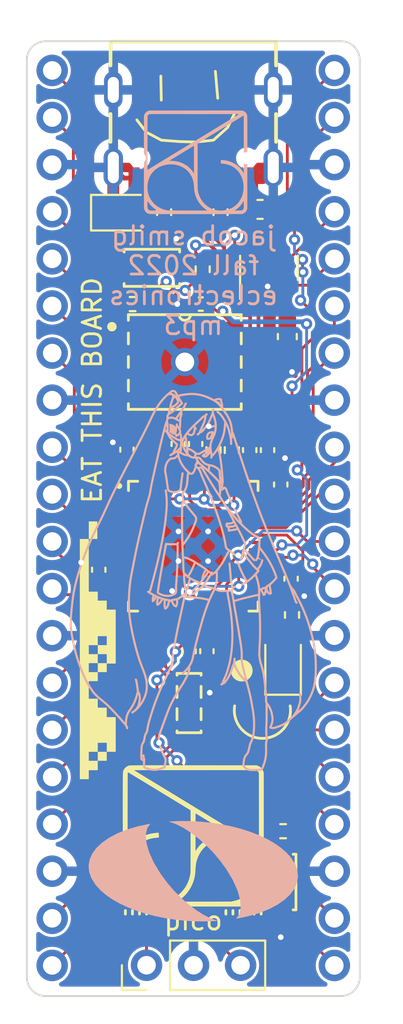
<source format=kicad_pcb>
(kicad_pcb (version 20211014) (generator pcbnew)
  (title_block (title "ENGR3430 Miniproject 3") (date "2022-09-22") (company "Olin College of Engineering"))
  (layers (0 "F.Cu" signal) (31 "B.Cu" signal) (34 "B.Paste" user) (35 "F.Paste" user) (36 "B.SilkS" user "B.Silkscreen") (37 "F.SilkS" user "F.Silkscreen") (38 "B.Mask" user) (39 "F.Mask" user) (44 "Edge.Cuts" user))
  (net 0 "")
  (net 1 "GND")
  (net 2 "+3V3")
  (net 3 "Net-(C10-Pad1)")
  (net 4 "/VBUS")
  (net 5 "Net-(D1-Pad2)")
  (net 6 "Net-(D2-Pad2)")
  (net 7 "Net-(J1-PadA5)")
  (net 8 "/D+")
  (net 9 "/D-")
  (net 11 "Net-(J1-PadB5)")
  (net 13 "/GPIO0")
  (net 14 "/GPIO1")
  (net 15 "/GPIO2")
  (net 16 "/GPIO3")
  (net 17 "/GPIO4")
  (net 18 "/GPIO5")
  (net 19 "/GPIO6")
  (net 20 "/GPIO7")
  (net 21 "/GPIO8")
  (net 22 "/GPIO9")
  (net 23 "/GPIO10")
  (net 24 "/GPIO11")
  (net 25 "/GPIO12")
  (net 26 "/GPIO13")
  (net 27 "/GPIO14")
  (net 28 "/GPIO15")
  (net 29 "/SWCLK")
  (net 30 "/SWDIO")
  (net 31 "/GPIO23")
  (net 32 "/BOOT")
  (net 33 "/GPIO29")
  (net 34 "/GPIO28")
  (net 35 "/GPIO27")
  (net 36 "/GPIO26")
  (net 37 "/RUN")
  (net 38 "/GPIO22")
  (net 39 "/GPIO21")
  (net 40 "/GPIO20")
  (net 41 "/GPIO19")
  (net 42 "/GPIO18")
  (net 43 "/GPIO17")
  (net 44 "/GPIO16")
  (net 45 "Net-(R5-Pad2)")
  (net 46 "Net-(R6-Pad2)")
  (net 47 "/GPIO25")
  (net 48 "Net-(U1-Pad2)")
  (net 49 "Net-(U1-Pad3)")
  (net 50 "Net-(U1-Pad5)")
  (net 51 "Net-(U1-Pad6)")
  (net 52 "Net-(U1-Pad7)")
  (net 53 "Net-(U2-Pad20)")
  (net 54 "Net-(U2-Pad21)")
  (net 55 "/GPIO24")
  (footprint "Capacitor_SMD:C_0402_1005Metric" (layer "F.Cu") (at 119.8372 93.2434 90)
    (fp_text reference "C8" hide)
    (fp_text value "1µF")
  )
  (footprint "Connector_PinHeader_2.54mm:PinHeader_1x03_P2.54mm_Vertical" (layer "F.Cu") (at 113.299 121.021 90)
    (fp_text reference "J3" hide)
    (fp_text value "DEBUG")
  )
  (footprint "Eclectronics:USB4105-GF-A" (layer "F.Cu") (at 115.824 73.821 180)
    (fp_text reference "J1" hide)
    (fp_text value "USB4105-GF-A")
  )
  (footprint "Resistor_SMD:R_0402_1005Metric" (layer "F.Cu") (at 114.2492 80.4164 -90)
    (fp_text reference "R1" hide)
    (fp_text value "5.1K")
  )
  (footprint "Eclectronics:RP2040" (layer "F.Cu") (at 115.824 98.425)
    (fp_text reference "U2" hide)
    (fp_text value "RP2040")
  )
  (footprint "Eclectronics:MIC_WSON-8" (layer "F.Cu") (at 115.3668 88.4936)
    (fp_text reference "U1" hide)
    (fp_text value "W25Q128JV" hide)
  )
  (footprint "Resistor_SMD:R_0402_1005Metric" (layer "F.Cu") (at 117.9068 93.2434 -90)
    (fp_text reference "R5" hide)
    (fp_text value "27Ω")
  )
  (footprint "Resistor_SMD:R_0402_1005Metric" (layer "F.Cu") (at 116.9162 93.2434 -90)
    (fp_text reference "R6" hide)
    (fp_text value "27Ω")
  )
  (footprint "Eclectronics:KXT321LHS" (layer "F.Cu") (at 120.3706 116.5352 90)
    (fp_text reference "S1" hide)
    (fp_text value "RST")
  )
  (footprint "Capacitor_SMD:C_0402_1005Metric" (layer "F.Cu") (at 121.1072 100.1776 -90)
    (fp_text reference "C5" hide)
    (fp_text value "0.1µF")
  )
  (footprint "Capacitor_SMD:C_0402_1005Metric" (layer "F.Cu") (at 112.2426 93.218 90)
    (fp_text reference "C2" hide)
    (fp_text value "0.1µF")
  )
  (footprint "Resistor_SMD:R_0402_1005Metric" (layer "F.Cu") (at 117.2972 80.4164 -90)
    (fp_text reference "R4" hide)
    (fp_text value "5.1K")
  )
  (footprint "Diode_SMD:D_0805_2012Metric" (layer "F.Cu") (at 111.9886 80.4418)
    (fp_text reference "D2" hide)
    (fp_text value "PWR")
  )
  (footprint "Capacitor_SMD:C_0603_1608Metric" (layer "F.Cu") (at 120.904 87.122 -90)
    (fp_text reference "C13" hide)
    (fp_text value "10µF")
  )
  (footprint "Package_TO_SOT_SMD:SOT-23" (layer "F.Cu") (at 119.9134 83.4136 90)
    (fp_text reference "U3" hide)
    (fp_text value "MCP1702T-3302E_CB")
  )
  (footprint "Capacitor_SMD:C_0402_1005Metric" (layer "F.Cu") (at 116.5606 104.0892 -90)
    (fp_text reference "C10" hide)
    (fp_text value "0.1µF")
  )
  (footprint "Capacitor_SMD:C_0402_1005Metric" (layer "F.Cu") (at 120.5484 95.0976 90)
    (fp_text reference "C6" hide)
    (fp_text value "0.1µF")
  )
  (footprint "Resistor_SMD:R_0402_1005Metric" (layer "F.Cu") (at 112.5474 85.3694 180)
    (fp_text reference "R8" hide)
    (fp_text value "1K")
  )
  (footprint "Resistor_SMD:R_0402_1005Metric" (layer "F.Cu") (at 116.332 83.4898 -90)
    (fp_text reference "R3" hide)
    (fp_text value "5.1K")
  )
  (footprint "LOGO" (layer "F.Cu") (at 115.824013 114.046)
    (fp_text reference "G***" hide)
    (fp_text value "LOGO" hide)
  )
  (footprint "Resistor_SMD:R_0402_1005Metric" (layer "F.Cu") (at 120.6754 113.792 180)
    (fp_text reference "R2" hide)
    (fp_text value "5.1K")
  )
  (footprint "Capacitor_SMD:C_0402_1005Metric" (layer "F.Cu") (at 115.951 92.9132 90)
    (fp_text reference "C7" hide)
    (fp_text value "0.1µF")
  )
  (footprint "Capacitor_SMD:C_0402_1005Metric" (layer "F.Cu") (at 116.2304 85.3694)
    (fp_text reference "C1" hide)
    (fp_text value "0.1µF")
  )
  (footprint "Diode_SMD:D_0805_2012Metric" (layer "F.Cu") (at 120.6754 104.7496 90)
    (fp_text reference "D1" hide)
    (fp_text value "LED")
  )
  (footprint "LOGO" (layer "F.Cu") (at 110.6424 104.0384 90)
    (fp_text reference "G***" hide)
    (fp_text value "LOGO" hide)
  )
  (footprint "Connector_PinHeader_2.54mm:PinHeader_1x20_P2.54mm_Vertical" (layer "F.Cu") (at 108.204 72.771)
    (fp_text reference "J2" hide)
    (fp_text value "LEFT")
  )
  (footprint "Capacitor_SMD:C_0603_1608Metric" (layer "F.Cu") (at 119.4308 80.264)
    (fp_text reference "C12" hide)
    (fp_text value "10µF")
  )
  (footprint "Resistor_SMD:R_0402_1005Metric" (layer "F.Cu") (at 121.158 102.1334 -90)
    (fp_text reference "R7" hide)
    (fp_text value "1K")
  )
  (footprint "Capacitor_SMD:C_0402_1005Metric" (layer "F.Cu") (at 115.5954 104.0892 -90)
    (fp_text reference "C4" hide)
    (fp_text value "0.1µF")
  )
  (footprint "Capacitor_SMD:C_0402_1005Metric" (layer "F.Cu") (at 115.0112 92.9132 90)
    (fp_text reference "C11" hide)
    (fp_text value "0.1µF")
  )
  (footprint "Eclectronics:KXT321LHS" (layer "F.Cu") (at 113.5888 83.4136)
    (fp_text reference "S2" hide)
    (fp_text value "BOOT")
  )
  (footprint "Connector_PinHeader_2.54mm:PinHeader_1x20_P2.54mm_Vertical" (layer "F.Cu") (at 123.444 72.771)
    (fp_text reference "J4" hide)
    (fp_text value "RIGHT")
  )
  (footprint "Capacitor_SMD:C_0402_1005Metric" (layer "F.Cu") (at 118.872 93.2434 90)
    (fp_text reference "C9" hide)
    (fp_text value "1µF")
  )
  (footprint "Capacitor_SMD:C_0402_1005Metric" (layer "F.Cu") (at 110.7186 99.695 -90)
    (fp_text reference "C3" hide)
    (fp_text value "0.1µF")
  )
  (footprint "Eclectronics:CSTNE" (layer "F.Cu") (at 115.5954 106.8832 -90)
    (fp_text reference "Y1" hide)
    (fp_text value "12MHz")
  )
  (footprint "LOGO" (layer "B.Cu") (at 115.831406 100.2538 180)
    (fp_text reference "G***" hide)
    (fp_text value "LOGO" hide)
  )
  (footprint "Eclectronics:OlinLogoLg" (layer "B.Cu") (at 115.824025 115.951 180)
    (fp_text reference "OlinLogoLg" hide)
    (fp_text value "G***" hide)
  )
  (footprint "LOGO" (layer "B.Cu") (at 115.951 77.724 180)
    (fp_text reference "G***" hide)
    (fp_text value "LOGO" hide)
  )
  (gr_line (start 112.776 75.438) (end 113.284 76.0984) (layer "F.SilkS") (width 0.15))
  (gr_line (start 115.9764 76.6318) (end 116.9162 76.5302) (layer "F.SilkS") (width 0.15))
  (gr_arc (start 121.0564 107.0356) (mid 119.543209 108.787148) (end 118.0592 107.0356) (layer "F.SilkS") (width 0.15))
  (gr_line (start 117.6782 75.8444) (end 118.0846 75.0316) (layer "F.SilkS") (width 0.15))
  (gr_line (start 116.9162 76.5302) (end 117.6782 75.8444) (layer "F.SilkS") (width 0.15))
  (gr_line (start 117.0178 72.8218) (end 117.1448 74.2696) (layer "F.SilkS") (width 0.15))
  (gr_line (start 114.0968 76.5302) (end 115.0874 76.6064) (layer "F.SilkS") (width 0.15))
  (gr_line (start 113.284 76.0984) (end 114.0968 76.5302) (layer "F.SilkS") (width 0.15))
  (gr_line (start 114.0714 73.0758) (end 114.0968 74.3712) (layer "F.SilkS") (width 0.15))
  (gr_circle (center 118.4402 105.1306) (end 118.9482 105.0544) (layer "F.SilkS") (width 0.15) (fill solid))
  (gr_line (start 115.0874 76.6064) (end 115.9764 76.6318) (layer "F.SilkS") (width 0.15))
  (gr_arc (start 107.8484 122.682) (mid 107.12998 122.38442) (end 106.8324 121.666) (layer "Edge.Cuts") (width 0.1))
  (gr_arc (start 106.8324 72.2122) (mid 107.12998 71.49378) (end 107.8484 71.1962) (layer "Edge.Cuts") (width 0.1))
  (gr_line (start 107.8484 71.1962) (end 123.7996 71.1962) (layer "Edge.Cuts") (width 0.1))
  (gr_line (start 106.8324 121.666) (end 106.8324 72.2122) (layer "Edge.Cuts") (width 0.1))
  (gr_arc (start 124.8156 121.666) (mid 124.51802 122.38442) (end 123.7996 122.682) (layer "Edge.Cuts") (width 0.1))
  (gr_arc (start 123.7996 71.1962) (mid 124.51802 71.49378) (end 124.8156 72.2122) (layer "Edge.Cuts") (width 0.1))
  (gr_line (start 123.7996 122.682) (end 107.8484 122.682) (layer "Edge.Cuts") (width 0.1))
  (gr_line (start 124.8156 72.2122) (end 124.8156 121.666) (layer "Edge.Cuts") (width 0.1))
  (gr_text "jacob smilg\nfall 2022\neclectronics\nmp3" (at 115.824 84.0994) (layer "B.SilkS") (effects (font (size 1 1)) (justify mirror)))
  (gr_text "EAT THIS BOARD" (at 110.363 90.0176 90) (layer "F.SilkS") (effects (font (size 1 1))))
  (gr_text "{dblquote}{dblquote}{dblquote}pico{dblquote}{dblquote}{dblquote}" (at 115.824 118.618) (layer "F.SilkS") (effects (font (size 1 1))))
  (segment (start 112.624 78.576) (end 112.079 78.576) (width 0.254) (layer "F.Cu") (net 1))
  (segment (start 111.4801 92.823391) (end 111.565491 92.738) (width 0.1524) (layer "F.Cu") (net 1))
  (segment (start 111.504 78.001) (end 111.504 79.9889) (width 0.635) (layer "F.Cu") (net 1))
  (segment (start 119.024 78.576) (end 119.569 78.576) (width 0.635) (layer "F.Cu") (net 1))
  (segment (start 110.7186 100.175) (end 110.640956 100.175) (width 0.1524) (layer "F.Cu") (net 1))
  (segment (start 116.774 106.2639) (end 116.7135 106.3244) (width 0.1524) (layer "F.Cu") (net 1))
  (segment (start 114.2492 81.1784) (end 114.9096 81.8388) (width 0.1524) (layer "F.Cu") (net 1))
  (segment (start 114.824 100.981) (end 114.681 100.838) (width 0.1524) (layer "F.Cu") (net 1))
  (segment (start 114.824 101.8625) (end 114.824 100.981) (width 0.1524) (layer "F.Cu") (net 1))
  (segment (start 121.1072 100.6576) (end 121.3591 100.6576) (width 0.1524) (layer "F.Cu") (net 1))
  (segment (start 116.774 104.7826) (end 116.774 106.2639) (width 0.1524) (layer "F.Cu") (net 1))
  (segment (start 114.9096 88.0364) (end 115.3668 88.4936) (width 0.1524) (layer "F.Cu") (net 1))
  (segment (start 119.031379 84.419079) (end 119.842282 84.419079) (width 0.1524) (layer "F.Cu") (net 1))
  (segment (start 113.4618 90.3986) (end 115.3668 88.4936) (width 0.1524) (layer "F.Cu") (net 1))
  (segment (start 120.5484 93.9038) (end 120.777 93.6752) (width 0.1524) (layer "F.Cu") (net 1))
  (segment (start 118.9634 84.3511) (end 119.031379 84.419079) (width 0.1524) (layer "F.Cu") (net 1))
  (segment (start 111.504 79.9889) (end 111.0511 80.4418) (width 0.635) (layer "F.Cu") (net 1))
  (segment (start 110.640956 100.175) (end 109.766678 99.300722) (width 0.1524) (layer "F.Cu") (net 1))
  (segment (start 115.7504 85.3694) (end 115.603058 85.3694) (width 0.1524) (layer "F.Cu") (net 1))
  (segment (start 116.774 106.3849) (end 116.774 106.3904) (width 0.1524) (layer "F.Cu") (net 1))
  (segment (start 120.904 88.773) (end 121.158 89.027) (width 0.1524) (layer "F.Cu") (net 1))
  (segment (start 111.565491 92.738) (end 112.2426 92.738) (width 0.1524) (layer "F.Cu") (net 1))
  (segment (start 120.5484 94.6176) (end 120.5484 93.9038) (width 0.1524) (layer "F.Cu") (net 1))
  (segment (start 121.3591 100.6576) (end 121.8189 101.1174) (width 0.1524) (layer "F.Cu") (net 1))
  (segment (start 119.024 79.8958) (end 118.6558 80.264) (width 0.1524) (layer "F.Cu") (net 1))
  (segment (start 116.7135 106.3244) (end 116.774 106.3849) (width 0.1524) (layer "F.Cu") (net 1))
  (segment (start 115.5954 104.5692) (end 116.5606 104.5692) (width 0.1524) (layer "F.Cu") (net 1))
  (segment (start 114.9604 85.3694) (end 115.7504 85.3694) (width 0.1524) (layer "F.Cu") (net 1))
  (segment (start 116.1892 92.4332) (end 116.6622 91.9602) (width 0.1524) (layer "F.Cu") (net 1))
  (segment (start 119.569 78.576) (end 120.144 78.001) (width 0.635) (layer "F.Cu") (net 1))
  (segment (start 114.9096 86.062858) (end 114.9096 88.0364) (width 0.1524) (layer "F.Cu") (net 1))
  (segment (start 112.6744 90.3986) (end 113.4618 90.3986) (width 0.1524) (layer "F.Cu") (net 1))
  (segment (start 117.2972 80.9264) (end 117.9934 80.9264) (width 0.1524) (layer "F.Cu") (net 1))
  (segment (start 119.024 78.576) (end 119.024 79.8958) (width 0.1524) (layer "F.Cu") (net 1))
  (segment (start 115.603058 85.3694) (end 114.9096 86.062858) (width 0.1524) (layer "F.Cu") (net 1))
  (segment (start 116.5606 104.5692) (end 116.774 104.7826) (width 0.1524) (layer "F.Cu") (net 1))
  (segment (start 112.079 78.576) (end 111.504 78.001) (width 0.254) (layer "F.Cu") (net 1))
  (segment (start 114.2492 80.9264) (end 114.2492 81.1784) (width 0.1524) (layer "F.Cu") (net 1))
  (segment (start 116.774 106.3904) (end 116.2812 106.8832) (width 0.1524) (layer "F.Cu") (net 1))
  (segment (start 116.2812 106.8832) (end 115.5954 106.8832) (width 0.1524) (layer "F.Cu") (net 1))
  (segment (start 115.951 92.4332) (end 116.1892 92.4332) (width 0.1524) (layer "F.Cu") (net 1))
  (segment (start 117.9934 80.9264) (end 118.6558 80.264) (width 0.1524) (layer "F.Cu") (net 1))
  (segment (start 120.904 87.897) (end 120.904 88.773) (width 0.1524) (layer "F.Cu") (net 1))
  (via (at 116.6622 91.9602) (size 0.6096) (drill 0.3048) (layers "F.Cu" "B.Cu") (net 1))
  (via (at 114.9604 85.3694) (size 0.6096) (drill 0.3048) (layers "F.Cu" "B.Cu") (net 1))
  (via (at 111.4801 92.823391) (size 0.6096) (drill 0.3048) (layers "F.Cu" "B.Cu") (net 1))
  (via (at 119.842282 84.419079) (size 0.6096) (drill 0.3048) (layers "F.Cu" "B.Cu") (net 1))
  (via (at 114.681 100.838) (size 0.6096) (drill 0.3048) (layers "F.Cu" "B.Cu") (net 1))
  (via (at 121.158 89.027) (size 0.6096) (drill 0.3048) (layers "F.Cu" "B.Cu") (net 1))
  (via (at 109.766678 99.300722) (size 0.6096) (drill 0.3048) (layers "F.Cu" "B.Cu") (net 1))
  (via (at 114.9096 81.8388) (size 0.6096) (drill 0.3048) (layers "F.Cu" "B.Cu") (net 1))
  (via (at 120.777 93.6752) (size 0.6096) (drill 0.3048) (layers "F.Cu" "B.Cu") (net 1))
  (via (at 120.5484 119.507) (size 0.6096) (drill 0.3048) (layers "F.Cu" "B.Cu") (net 1))
  (via (at 121.8189 101.1174) (size 0.6096) (drill 0.3048) (layers "F.Cu" "B.Cu") (net 1))
  (via (at 116.7135 106.3244) (size 0.6096) (drill 0.3048) (layers "F.Cu" "B.Cu") (net 1))
  (segment (start 118.424 94.9875) (end 119.2615 95.825) (width 0.1524) (layer "F.Cu") (net 2))
  (segment (start 119.2615 99.425) (end 118.837071 99.425) (width 0.1524) (layer "F.Cu") (net 2))
  (segment (start 115.6208 100.8888) (end 114.9858 100.2538) (width 0.1524) (layer "F.Cu") (net 2))
  (segment (start 121.8562 86.347) (end 121.9454 86.4362) (width 0.1524) (layer "F.Cu") (net 2))
  (segment (start 120.1654 113.792) (end 118.745 113.792) (width 0.1524) (layer "F.Cu") (net 2))
  (segment (start 113.212677 95.874523) (end 113.0526 96.0346) (width 0.1524) (layer "F.Cu") (net 2))
  (segment (start 116.4082 95.885) (end 116.424 95.8692) (width 0.1524) (layer "F.Cu") (net 2))
  (segment (start 112.3865 95.825) (end 112.3865 93.8419) (width 0.1524) (layer "F.Cu") (net 2))
  (segment (start 115.951 93.3932) (end 115.951 94.9145) (width 0.1524) (layer "F.Cu") (net 2))
  (segment (start 119.7128 93.7234) (end 118.4487 94.9875) (width 0.1524) (layer "F.Cu") (net 2))
  (segment (start 115.5954 103.6092) (end 115.359518 103.6092) (width 0.1524) (layer "F.Cu") (net 2))
  (segment (start 116.7104 85.3694) (end 116.7104 84.3782) (width 0.1524) (layer "F.Cu") (net 2))
  (segment (start 113.639729 100.2538) (end 112.810929 99.425) (width 0.1524) (layer "F.Cu") (net 2))
  (segment (start 117.098047 85.757047) (end 116.7104 85.3694) (width 0.1524) (layer "F.Cu") (net 2))
  (segment (start 119.8372 93.7234) (end 119.7128 93.7234) (width 0.1524) (layer "F.Cu") (net 2))
  (segment (start 116.424 95.8692) (end 116.424 94.9875) (width 0.1524) (layer "F.Cu") (net 2))
  (segment (start 110.9286 99.425) (end 110.7186 99.215) (width 0.1524) (layer "F.Cu") (net 2))
  (segment (start 116.024 101.8625) (end 116.024 102.365948) (width 0.1524) (layer "F.Cu") (net 2))
  (segment (start 112.3865 99.425) (end 110.9286 99.425) (width 0.1524) (layer "F.Cu") (net 2))
  (segment (start 115.5954 103.6092) (end 115.9288 103.2758) (width 0.1524) (layer "F.Cu") (net 2))
  (segment (start 114.280948 84.145852) (end 113.0574 85.3694) (width 0.1524) (layer "F.Cu") (net 2))
  (segment (start 122.0239 84.3511) (end 120.8634 84.3511) (width 0.1524) (layer "F.Cu") (net 2))
  (segment (start 116.332 83.9998) (end 116.016836 83.9998) (width 0.1524) (layer "F.Cu") (net 2))
  (segment (start 115.359518 103.6092) (end 114.8583 104.110418) (width 0.1524) (layer "F.Cu") (net 2))
  (segment (start 123.444 82.931) (end 122.0239 84.3511) (width 0.1524) (layer "F.Cu") (net 2))
  (segment (start 120.301 95.825) (end 120.5484 95.5776) (width 0.1524) (layer "F.Cu") (net 2))
  (segment (start 121.1585 89.788502) (end 121.1585 92.4021) (width 0.1524) (layer "F.Cu") (net 2))
  (segment (start 116.024 101.8625) (end 116.024 101.292) (width 0.1524) (layer "F.Cu") (net 2))
  (segment (start 115.0911 95.874523) (end 113.212677 95.874523) (width 0.1524) (layer "F.Cu") (net 2))
  (segment (start 118.0089 96.2152) (end 118.024 96.2001) (width 0.1524) (layer "F.Cu") (net 2))
  (segment (start 118.4487 94.9875) (end 118.424 94.9875) (width 0.1524) (layer "F.Cu") (net 2))
  (segment (start 116.016836 83.9998) (end 115.381568 84.635068) (width 0.1524) (layer "F.Cu") (net 2))
  (segment (start 112.3865 93.8419) (end 112.2426 93.698) (width 0.1524) (layer "F.Cu") (net 2))
  (segment (start 116.024 101.292) (end 115.6208 100.8888) (width 0.1524) (layer "F.Cu") (net 2))
  (segment (start 112.810929 99.425) (end 112.3865 99.425) (width 0.1524) (layer "F.Cu") (net 2))
  (segment (start 120.904 86.347) (end 121.8562 86.347) (width 0.1524) (layer "F.Cu") (net 2))
  (segment (start 113.860056 108.907056) (end 113.975352 109.022352) (width 0.1524) (layer "F.Cu") (net 2))
  (segment (start 114.363512 84.145852) (end 114.280948 84.145852) (width 0.1524) (layer "F.Cu") (net 2))
  (segment (start 120.8634 86.3064) (end 120.904 86.347) (width 0.1524) (layer "F.Cu") (net 2))
  (segment (start 117.417553 85.946953) (end 118.0592 86.5886) (width 0.1524) (layer "F.Cu") (net 2))
  (segment (start 116.7104 84.3782) (end 116.332 83.9998) (width 0.1524) (layer "F.Cu") (net 2))
  (segment (start 118.024 94.9875) (end 118.424 94.9875) (width 0.1524) (layer "F.Cu") (net 2))
  (segment (start 113.0526 96.0346) (end 112.843 95.825) (width 0.1524) (layer "F.Cu") (net 2))
  (segment (start 117.417553 85.757047) (end 117.417553 85.946953) (width 0.1524) (layer "F.Cu") (net 2))
  (segment (start 120.8634 84.3511) (end 120.8634 86.3064) (width 0.1524) (layer "F.Cu") (net 2))
  (segment (start 118.024 96.2001) (end 118.024 94.9875) (width 0.1524) (layer "F.Cu") (net 2))
  (segment (start 114.9858 100.2538) (end 113.639729 100.2538) (width 0.1524) (layer "F.Cu") (net 2))
  (segment (start 112.843 95.825) (end 112.3865 95.825) (width 0.1524) (layer "F.Cu") (net 2))
  (segment (start 115.9288 103.2758) (end 115.9288 102.461148) (width 0.1524) (layer "F.Cu") (net 2))
  (segment (start 116.024 102.365948) (end 115.9288 102.461148) (width 0.1524) (layer "F.Cu") (net 2))
  (segment (start 117.417553 85.757047) (end 117.098047 85.757047) (width 0.1524) (layer "F.Cu") (net 2))
  (segment (start 121.1585 92.4021) (end 119.8372 93.7234) (width 0.1524) (layer "F.Cu") (net 2))
  (segment (start 113.860056 105.646744) (end 113.860056 108.907056) (width 0.1524) (layer "F.Cu") (net 2))
  (segment (start 119.2615 95.825) (end 120.301 95.825) (width 0.1524) (layer "F.Cu") (net 2))
  (segment (start 112.810929 99.425) (end 113.0526 99.183329) (width 0.1524) (layer "F.Cu") (net 2))
  (segment (start 118.837071 99.425) (end 118.278293 99.983778) (width 0.1524) (layer "F.Cu") (net 2))
  (segment (start 115.951 94.9145) (end 116.024 94.9875) (width 0.1524) (layer "F.Cu") (net 2))
  (segment (start 118.278293 99.983778) (end 118.278293 100.584957) (width 0.1524) (layer "F.Cu") (net 2))
  (segment (start 120.8346 99.425) (end 119.2615 99.425) (width 0.1524) (layer "F.Cu") (net 2))
  (segment (start 113.0526 99.183329) (end 113.0526 96.0346) (width 0.1524) (layer "F.Cu") (net 2))
  (segment (start 116.424 94.9875) (end 116.024 94.9875) (width 0.1524) (layer "F.Cu") (net 2))
  (segment (start 121.1072 99.6976) (end 120.8346 99.425) (width 0.1524) (layer "F.Cu") (net 2))
  (segment (start 118.745 113.792) (end 114.944514 109.991514) (width 0.1524) (layer "F.Cu") (net 2))
  (via (at 117.417553 85.757047) (size 0.6096) (drill 0.3048) (layers "F.Cu" "B.Cu") (net 2))
  (via (at 121.1585 89.788502) (size 0.6096) (drill 0.3048) (layers "F.Cu" "B.Cu") (net 2))
  (via (at 114.8583 104.110418) (size 0.6096) (drill 0.3048) (layers "F.Cu" "B.Cu") (net 2))
  (via (at 118.0089 96.2152) (size 0.6096) (drill 0.3048) (layers "F.Cu" "B.Cu") (net 2))
  (via (at 113.975352 109.022352) (size 0.6096) (drill 0.3048) (layers "F.Cu" "B.Cu") (net 2))
  (via (at 114.363512 84.145852) (size 0.6096) (drill 0.3048) (layers "F.Cu" "B.Cu") (net 2))
  (via (at 113.860056 105.646744) (size 0.6096) (drill 0.3048) (layers "F.Cu" "B.Cu") (net 2))
  (via (at 121.9454 86.4362) (size 0.6096) (drill 0.3048) (layers "F.Cu" "B.Cu") (net 2))
  (via (at 118.278293 100.584957) (size 0.6096) (drill 0.3048) (layers "F.Cu" "B.Cu") (net 2))
  (via (at 115.6208 100.8888) (size 0.6096) (drill 0.3048) (layers "F.Cu" "B.Cu") (net 2))
  (via (at 115.0911 95.874523) (size 0.6096) (drill 0.3048) (layers "F.Cu" "B.Cu") (net 2))
  (via (at 114.944514 109.991514) (size 0.6096) (drill 0.3048) (layers "F.Cu" "B.Cu") (net 2))
  (via (at 116.4082 95.885) (size 0.6096) (drill 0.3048) (layers "F.Cu" "B.Cu") (net 2))
  (via (at 115.381568 84.635068) (size 0.6096) (drill 0.3048) (layers "F.Cu" "B.Cu") (net 2))
  (segment (start 121.8324 86.3232) (end 121.9454 86.4362) (width 0.254) (layer "B.Cu") (net 2))
  (segment (start 116.4082 95.885) (end 116.397723 95.874523) (width 0.1524) (layer "B.Cu") (net 2))
  (segment (start 117.417553 85.757047) (end 117.983706 86.3232) (width 0.254) (layer "B.Cu") (net 2))
  (segment (start 114.8583 104.110418) (end 114.8583 104.6485) (width 0.1524) (layer "B.Cu") (net 2))
  (segment (start 121.9454 89.001602) (end 121.9454 86.4362) (width 0.1524) (layer "B.Cu") (net 2))
  (segment (start 114.363512 84.145852) (end 114.852728 84.635068) (width 0.1524) (layer "B.Cu") (net 2))
  (segment (start 115.924643 100.584957) (end 115.6208 100.8888) (width 0.1524) (layer "B.Cu") (net 2))
  (segment (start 121.1585 89.788502) (end 121.9454 89.001602) (width 0.1524) (layer "B.Cu") (net 2))
  (segment (start 116.7384 96.2152) (end 116.4082 95.885) (width 0.1524) (layer "B.Cu") (net 2))
  (segment (start 114.852728 84.635068) (end 115.381568 84.635068) (width 0.1524) (layer "B.Cu") (net 2))
  (segment (start 118.0089 96.2152) (end 116.7384 96.2152) (width 0.1524) (layer "B.Cu") (net 2))
  (segment (start 117.983706 86.3232) (end 121.8324 86.3232) (width 0.254) (layer "B.Cu") (net 2))
  (segment (start 116.397723 95.874523) (end 115.0911 95.874523) (width 0.1524) (layer "B.Cu") (net 2))
  (segment (start 114.8583 104.6485) (end 113.860056 105.646744) (width 0.1524) (layer "B.Cu") (net 2))
  (segment (start 118.278293 100.584957) (end 115.924643 100.584957) (width 0.1524) (layer "B.Cu") (net 2))
  (segment (start 114.944514 109.991514) (end 113.975352 109.022352) (width 0.1524) (layer "B.Cu") (net 2))
  (segment (start 115.0112 93.3932) (end 115.624 94.006) (width 0.1524) (layer "F.Cu") (net 3))
  (segment (start 117.6526 100.025963) (end 117.6526 96.824037) (width 0.1524) (layer "F.Cu") (net 3))
  (segment (start 117.839252 94.252) (end 118.3434 94.252) (width 0.1524) (layer "F.Cu") (net 3))
  (segment (start 117.624 94.9875) (end 117.624 94.467252) (width 0.1524) (layer "F.Cu") (net 3))
  (segment (start 115.624 95.939) (end 116.1542 96.4692) (width 0.1524) (layer "F.Cu") (net 3))
  (segment (start 117.652037 96.824037) (end 117.1829 96.3549) (width 0.1524) (layer "F.Cu") (net 3))
  (segment (start 117.0813 96.3549) (end 117.624 95.8122) (width 0.1524) (layer "F.Cu") (net 3))
  (segment (start 116.424 101.8625) (end 116.424 103.4726) (width 0.1524) (layer "F.Cu") (net 3))
  (segment (start 117.1829 96.3549) (end 117.0813 96.3549) (width 0.1524) (layer "F.Cu") (net 3))
  (segment (start 115.624 94.9875) (end 115.624 95.939) (width 0.1524) (layer "F.Cu") (net 3))
  (segment (start 116.424 103.4726) (end 116.5606 103.6092) (width 0.1524) (layer "F.Cu") (net 3))
  (segment (start 116.1542 96.4692) (end 116.967 96.4692) (width 0.1524) (layer "F.Cu") (net 3))
  (segment (start 117.624 94.467252) (end 117.839252 94.252) (width 0.1524) (layer "F.Cu") (net 3))
  (segment (start 116.424 101.8625) (end 116.424 101.254563) (width 0.1524) (layer "F.Cu") (net 3))
  (segment (start 117.624 95.8122) (end 117.624 94.9875) (width 0.1524) (layer "F.Cu") (net 3))
  (segment (start 118.3434 94.252) (end 118.872 93.7234) (width 0.1524) (layer "F.Cu") (net 3))
  (segment (start 116.967 96.4692) (end 117.0813 96.3549) (width 0.1524) (layer "F.Cu") (net 3))
  (segment (start 116.424 101.254563) (end 117.6526 100.025963) (width 0.1524) (layer "F.Cu") (net 3))
  (segment (start 115.624 94.006) (end 115.624 94.9875) (width 0.1524) (layer "F.Cu") (net 3))
  (segment (start 117.6526 96.824037) (end 117.652037 96.824037) (width 0.1524) (layer "F.Cu") (net 3))
  (segment (start 123.444 72.771) (end 120.904 75.311) (width 0.1524) (layer "F.Cu") (net 4))
  (segment (start 119.904673 76.310327) (end 118.805073 76.310327) (width 0.1524) (layer "F.Cu") (net 4))
  (segment (start 117.6478 77.4676) (end 118.224 78.0438) (width 0.1524) (layer "F.Cu") (net 4))
  (segment (start 118.224 78.0438) (end 118.224 78.576) (width 0.1524) (layer "F.Cu") (net 4))
  (segment (start 118.805073 76.310327) (end 117.6478 77.4676) (width 0.1524) (layer "F.Cu") (net 4))
  (segment (start 120.2058 82.1837) (end 119.9134 82.4761) (width 0.1524) (layer "F.Cu") (net 4))
  (segment (start 113.424 78.576) (end 113.424 78.0438) (width 0.1524) (layer "F.Cu") (net 4))
  (segment (start 114.0002 77.4676) (end 117.6478 77.4676) (width 0.1524) (layer "F.Cu") (net 4))
  (segment (start 120.904 75.311) (end 119.904673 76.310327) (width 0.1524) (layer "F.Cu") (net 4))
  (segment (start 120.2058 80.264) (end 120.2058 82.1837) (width 0.1524) (layer "F.Cu") (net 4))
  (segment (start 113.424 78.0438) (end 114.0002 77.4676) (width 0.1524) (layer "F.Cu") (net 4))
  (segment (start 120.904 79.5658) (end 120.904 75.311) (width 0.1524) (layer "F.Cu") (net 4))
  (segment (start 120.2058 80.264) (end 120.904 79.5658) (width 0.1524) (layer "F.Cu") (net 4))
  (segment (start 121.158 102.6434) (end 121.158 103.3295) (width 0.1524) (layer "F.Cu") (net 5))
  (segment (start 121.158 103.3295) (end 120.6754 103.8121) (width 0.1524) (layer "F.Cu") (net 5))
  (segment (start 112.9261 80.5945) (end 112.9261 80.4418) (width 0.1524) (layer "F.Cu") (net 6))
  (segment (start 111.4532 82.0674) (end 112.9261 80.5945) (width 0.1524) (layer "F.Cu") (net 6))
  (segment (start 112.0374 85.3694) (end 111.4532 84.7852) (width 0.1524) (layer "F.Cu") (net 6))
  (segment (start 111.4532 84.7852) (end 111.4532 82.0674) (width 0.1524) (layer "F.Cu") (net 6))
  (segment (start 117.074 79.6832) (end 117.2972 79.9064) (width 0.1524) (layer "F.Cu") (net 7))
  (segment (start 117.074 78.576) (end 117.074 79.6832) (width 0.1524) (layer "F.Cu") (net 7))
  (segment (start 118.8958 88.230489) (end 119.5054 88.840089) (width 0.2) (layer "F.Cu") (net 8))
  (segment (start 115.1404 81.2816) (end 115.496 81.6372) (width 0.2) (layer "F.Cu") (net 8))
  (segment (start 116.074 77.8938) (end 115.9526 77.7724) (width 0.1524) (layer "F.Cu") (net 8))
  (segment (start 118.8958 85.9679) (end 118.8958 88.230489) (width 0.2) (layer "F.Cu") (net 8))
  (segment (start 118.4157 85.9679) (end 118.8958 85.9679) (width 0.2) (layer "F.Cu") (net 8))
  (segment (start 116.1818 81.6372) (end 117.039 82.4944) (width 0.2) (layer "F.Cu") (net 8))
  (segment (start 117.039 82.4944) (end 117.039 84.5912) (width 0.2) (layer "F.Cu") (net 8))
  (segment (start 115.074 78.576) (end 115.074 79.438501) (width 0.2) (layer "F.Cu") (net 8))
  (segment (start 115.1954 77.7724) (end 115.074 77.8938) (width 0.1524) (layer "F.Cu") (net 8))
  (segment (start 119.5054 88.840089) (end 119.5054 91.105463) (width 0.2) (layer "F.Cu") (net 8))
  (segment (start 115.9526 77.7724) (end 115.1954 77.7724) (width 0.1524) (layer "F.Cu") (net 8))
  (segment (start 115.496 81.6372) (end 116.1818 81.6372) (width 0.2) (layer "F.Cu") (net 8))
  (segment (start 119.5054 91.105463) (end 118.855463 91.7554) (width 0.2) (layer "F.Cu") (net 8))
  (segment (start 117.8942 91.7554) (end 116.9162 92.7334) (width 0.2) (layer "F.Cu") (net 8))
  (segment (start 115.074 79.438501) (end 115.099 79.463501) (width 0.2) (layer "F.Cu") (net 8))
  (segment (start 115.099 81.2816) (end 115.1404 81.2816) (width 0.2) (layer "F.Cu") (net 8))
  (segment (start 115.074 77.8938) (end 115.074 78.576) (width 0.1524) (layer "F.Cu") (net 8))
  (segment (start 118.855463 91.7554) (end 117.8942 91.7554) (width 0.2) (layer "F.Cu") (net 8))
  (segment (start 115.099 79.463501) (end 115.099 81.2816) (width 0.2) (layer "F.Cu") (net 8))
  (segment (start 117.039 84.5912) (end 118.4157 85.9679) (width 0.2) (layer "F.Cu") (net 8))
  (segment (start 116.074 78.576) (end 116.074 77.8938) (width 0.1524) (layer "F.Cu") (net 8))
  (segment (start 115.574 79.3282) (end 115.574 78.576) (width 0.2) (layer "F.Cu") (net 9))
  (segment (start 115.549 79.463501) (end 115.549 81.05383) (width 0.2) (layer "F.Cu") (net 9))
  (segment (start 119.345781 85.781512) (end 119.345781 88.0441) (width 0.2) (layer "F.Cu") (net 9))
  (segment (start 119.345781 88.0441) (end 119.955381 88.653701) (width 0.2) (layer "F.Cu") (net 9))
  (segment (start 119.082188 85.517919) (end 119.345781 85.781512) (width 0.2) (layer "F.Cu") (net 9))
  (segment (start 119.955381 88.653701) (end 119.955381 91.291852) (width 0.2) (layer "F.Cu") (net 9))
  (segment (start 115.682389 81.187219) (end 116.368189 81.187219) (width 0.2) (layer "F.Cu") (net 9))
  (segment (start 116.5216 79.4034) (end 115.6492 79.4034) (width 0.2) (layer "F.Cu") (net 9))
  (segment (start 115.574 79.438501) (end 115.549 79.463501) (width 0.2) (layer "F.Cu") (net 9))
  (segment (start 116.574 79.351) (end 116.5216 79.4034) (width 0.2) (layer "F.Cu") (net 9))
  (segment (start 117.488981 82.308011) (end 117.488981 84.404781) (width 0.2) (layer "F.Cu") (net 9))
  (segment (start 115.549 81.05383) (end 115.682389 81.187219) (width 0.2) (layer "F.Cu") (net 9))
  (segment (start 117.9068 92.379197) (end 117.9068 92.7334) (width 0.2) (layer "F.Cu") (net 9))
  (segment (start 115.574 78.576) (end 115.574 79.438501) (width 0.2) (layer "F.Cu") (net 9))
  (segment (start 115.6492 79.4034) (end 115.574 79.3282) (width 0.2) (layer "F.Cu") (net 9))
  (segment (start 118.602119 85.517919) (end 119.082188 85.517919) (width 0.2) (layer "F.Cu") (net 9))
  (segment (start 116.574 78.576) (end 116.574 79.351) (width 0.2) (layer "F.Cu") (net 9))
  (segment (start 118.080597 92.2054) (end 117.9068 92.379197) (width 0.2) (layer "F.Cu") (net 9))
  (segment (start 119.041832 92.2054) (end 118.080597 92.2054) (width 0.2) (layer "F.Cu") (net 9))
  (segment (start 116.368189 81.187219) (end 117.488981 82.308011) (width 0.2) (layer "F.Cu") (net 9))
  (segment (start 119.955381 91.291852) (end 119.041832 92.2054) (width 0.2) (layer "F.Cu") (net 9))
  (segment (start 117.488981 84.404781) (end 118.602119 85.517919) (width 0.2) (layer "F.Cu") (net 9))
  (segment (start 114.074 79.7312) (end 114.2492 79.9064) (width 0.1524) (layer "F.Cu") (net 11))
  (segment (start 114.074 78.576) (end 114.074 79.7312) (width 0.1524) (layer "F.Cu") (net 11))
  (segment (start 111.946104 96.225) (end 111.4298 95.708696) (width 0.1524) (layer "F.Cu") (net 13))
  (segment (start 111.4298 95.708696) (end 111.4298 93.730488) (width 0.1524) (layer "F.Cu") (net 13))
  (segment (start 109.6518 74.2188) (end 108.204 72.771) (width 0.1524) (layer "F.Cu") (net 13))
  (segment (start 111.4298 93.730488) (end 110.9472 93.247888) (width 0.1524) (layer "F.Cu") (net 13))
  (segment (start 110.9472 93.247888) (end 110.9472 82.272096) (width 0.1524) (layer "F.Cu") (net 13))
  (segment (start 112.3865 96.225) (end 111.946104 96.225) (width 0.1524) (layer "F.Cu") (net 13))
  (segment (start 109.6518 80.976696) (end 109.6518 74.2188) (width 0.1524) (layer "F.Cu") (net 13))
  (segment (start 110.9472 82.272096) (end 109.6518 80.976696) (width 0.1524) (layer "F.Cu") (net 13))
  (segment (start 109.347 76.454) (end 109.347 81.102948) (width 0.1524) (layer "F.Cu") (net 14))
  (segment (start 111.125 95.834948) (end 111.915052 96.625) (width 0.1524) (layer "F.Cu") (net 14))
  (segment (start 110.6424 93.37414) (end 111.125 93.85674) (width 0.1524) (layer "F.Cu") (net 14))
  (segment (start 110.6424 82.398348) (end 110.6424 93.37414) (width 0.1524) (layer "F.Cu") (net 14))
  (segment (start 109.347 81.102948) (end 110.6424 82.398348) (width 0.1524) (layer "F.Cu") (net 14))
  (segment (start 111.915052 96.625) (end 112.3865 96.625) (width 0.1524) (layer "F.Cu") (net 14))
  (segment (start 111.125 93.85674) (end 111.125 95.834948) (width 0.1524) (layer "F.Cu") (net 14))
  (segment (start 108.204 75.311) (end 109.347 76.454) (width 0.1524) (layer "F.Cu") (net 14))
  (segment (start 110.8202 95.9612) (end 111.884 97.025) (width 0.1524) (layer "F.Cu") (net 15))
  (segment (start 108.204 80.391) (end 110.3376 82.5246) (width 0.1524) (layer "F.Cu") (net 15))
  (segment (start 110.3376 82.5246) (end 110.3376 93.500392) (width 0.1524) (layer "F.Cu") (net 15))
  (segment (start 110.8202 93.982992) (end 110.8202 95.9612) (width 0.1524) (layer "F.Cu") (net 15))
  (segment (start 110.3376 93.500392) (end 110.8202 93.982992) (width 0.1524) (layer "F.Cu") (net 15))
  (segment (start 111.884 97.025) (end 112.3865 97.025) (width 0.1524) (layer "F.Cu") (net 15))
  (segment (start 110.0328 84.7598) (end 110.0328 93.626644) (width 0.1524) (layer "F.Cu") (net 16))
  (segment (start 111.799156 97.425) (end 112.3865 97.425) (width 0.1524) (layer "F.Cu") (net 16))
  (segment (start 108.204 82.931) (end 110.0328 84.7598) (width 0.1524) (layer "F.Cu") (net 16))
  (segment (start 110.0328 93.626644) (end 110.5154 94.109244) (width 0.1524) (layer "F.Cu") (net 16))
  (segment (start 110.5154 96.141244) (end 111.799156 97.425) (width 0.1524) (layer "F.Cu") (net 16))
  (segment (start 110.5154 94.109244) (end 110.5154 96.141244) (width 0.1524) (layer "F.Cu") (net 16))
  (segment (start 109.7026 86.9696) (end 109.7026 93.727496) (width 0.1524) (layer "F.Cu") (net 17))
  (segment (start 108.204 85.471) (end 109.7026 86.9696) (width 0.1524) (layer "F.Cu") (net 17))
  (segment (start 110.2106 96.267496) (end 111.768104 97.825) (width 0.1524) (layer "F.Cu") (net 17))
  (segment (start 109.7026 93.727496) (end 110.2106 94.235496) (width 0.1524) (layer "F.Cu") (net 17))
  (segment (start 110.2106 94.235496) (end 110.2106 96.267496) (width 0.1524) (layer "F.Cu") (net 17))
  (segment (start 111.768104 97.825) (end 112.3865 97.825) (width 0.1524) (layer "F.Cu") (net 17))
  (segment (start 111.737052 98.225) (end 112.3865 98.225) (width 0.1524) (layer "F.Cu") (net 18))
  (segment (start 109.9058 96.393748) (end 111.737052 98.225) (width 0.1524) (layer "F.Cu") (net 18))
  (segment (start 109.9058 94.361748) (end 109.9058 96.393748) (width 0.1524) (layer "F.Cu") (net 18))
  (segment (start 109.3978 93.853748) (end 109.9058 94.361748) (width 0.1524) (layer "F.Cu") (net 18))
  (segment (start 109.3978 89.2048) (end 109.3978 93.853748) (width 0.1524) (layer "F.Cu") (net 18))
  (segment (start 108.204 88.011) (end 109.3978 89.2048) (width 0.1524) (layer "F.Cu") (net 18))
  (segment (start 111.706 98.625) (end 112.3865 98.625) (width 0.1524) (layer "F.Cu") (net 19))
  (segment (start 108.204 93.091) (end 109.601 94.488) (width 0.1524) (layer "F.Cu") (net 19))
  (segment (start 109.601 94.488) (end 109.601 96.52) (width 0.1524) (layer "F.Cu") (net 19))
  (segment (start 109.601 96.52) (end 111.706 98.625) (width 0.1524) (layer "F.Cu") (net 19))
  (segment (start 108.204 95.631) (end 111.598 99.025) (width 0.1524) (layer "F.Cu") (net 20))
  (segment (start 111.598 99.025) (end 112.3865 99.025) (width 0.1524) (layer "F.Cu") (net 20))
  (segment (start 111.2572 99.9744) (end 111.4066 99.825) (width 0.1524) (layer "F.Cu") (net 21))
  (segment (start 108.204 98.171) (end 108.204 98.491679) (width 0.1524) (layer "F.Cu") (net 21))
  (segment (start 110.988479 100.7364) (end 111.2572 100.467679) (width 0.1524) (layer "F.Cu") (net 21))
  (segment (start 111.2572 100.467679) (end 111.2572 99.9744) (width 0.1524) (layer "F.Cu") (net 21))
  (segment (start 111.4066 99.825) (end 112.3865 99.825) (width 0.1524) (layer "F.Cu") (net 21))
  (segment (start 108.204 98.491679) (end 110.448721 100.7364) (width 0.1524) (layer "F.Cu") (net 21))
  (segment (start 110.448721 100.7364) (end 110.988479 100.7364) (width 0.1524) (layer "F.Cu") (net 21))
  (segment (start 108.5342 101.0412) (end 108.204 100.711) (width 0.1524) (layer "F.Cu") (net 22))
  (segment (start 112.3865 100.225) (end 111.930931 100.225) (width 0.1524) (layer "F.Cu") (net 22))
  (segment (start 111.930931 100.225) (end 111.114731 101.0412) (width 0.1524) (layer "F.Cu") (net 22))
  (segment (start 111.114731 101.0412) (end 108.5342 101.0412) (width 0.1524) (layer "F.Cu") (net 22))
  (segment (start 109.9566 104.0384) (end 109.9566 102.630383) (width 0.1524) (layer "F.Cu") (net 23))
  (segment (start 108.204 105.791) (end 109.9566 104.0384) (width 0.1524) (layer "F.Cu") (net 23))
  (segment (start 111.961983 100.625) (end 112.3865 100.625) (width 0.1524) (layer "F.Cu") (net 23))
  (segment (start 109.9566 102.630383) (end 111.961983 100.625) (width 0.1524) (layer "F.Cu") (net 23))
  (segment (start 112.3865 101.025) (end 112.3865 104.1485) (width 0.1524) (layer "F.Cu") (net 24))
  (segment (start 112.3865 104.1485) (end 108.204 108.331) (width 0.1524) (layer "F.Cu") (net 24))
  (segment (start 110.49 108.585) (end 108.204 110.871) (width 0.1524) (layer "F.Cu") (net 25))
  (segment (start 113.224 102.7014) (end 112.6913 103.2341) (width 0.1524) (layer "F.Cu") (net 25))
  (segment (start 113.224 101.8625) (end 113.224 102.7014) (width 0.1524) (layer "F.Cu") (net 25))
  (segment (start 112.6913 104.2755) (end 110.49 106.4768) (width 0.1524) (layer "F.Cu") (net 25))
  (segment (start 112.6913 103.2341) (end 112.6913 104.2755) (width 0.1524) (layer "F.Cu") (net 25))
  (segment (start 110.49 106.4768) (end 110.49 108.585) (width 0.1524) (layer "F.Cu") (net 25))
  (segment (start 113.624 102.784) (end 113.0046 103.4034) (width 0.1524) (layer "F.Cu") (net 26))
  (segment (start 110.8202 110.7948) (end 108.204 113.411) (width 0.1524) (layer "F.Cu") (net 26))
  (segment (start 113.0046 103.4034) (end 113.0046 104.394) (width 0.1524) (layer "F.Cu") (net 26))
  (segment (start 113.0046 104.394) (end 110.8202 106.5784) (width 0.1524) (layer "F.Cu") (net 26))
  (segment (start 113.624 101.8625) (end 113.624 102.784) (width 0.1524) (layer "F.Cu") (net 26))
  (segment (start 110.8202 106.5784) (end 110.8202 110.7948) (width 0.1524) (layer "F.Cu") (net 26))
  (segment (start 111.125 106.704652) (end 111.125 115.57) (width 0.1524) (layer "F.Cu") (net 27))
  (segment (start 114.024 101.8625) (end 114.024 102.815052) (width 0.1524) (layer "F.Cu") (net 27))
  (segment (start 114.024 102.815052) (end 113.3348 103.504252) (width 0.1524) (layer "F.Cu") (net 27))
  (segment (start 111.125 115.57) (end 108.204 118.491) (width 0.1524) (layer "F.Cu") (net 27))
  (segment (start 113.3348 104.494852) (end 111.125 106.704652) (width 0.1524) (layer "F.Cu") (net 27))
  (segment (start 113.3348 103.504252) (end 113.3348 104.494852) (width 0.1524) (layer "F.Cu") (net 27))
  (segment (start 112.4712 105.8418) (end 113.7158 104.5972) (width 0.1524) (layer "F.Cu") (net 28))
  (segment (start 112.4712 116.7638) (end 112.4712 105.8418) (width 0.1524) (layer "F.Cu") (net 28))
  (segment (start 108.204 121.031) (end 112.4712 116.7638) (width 0.1524) (layer "F.Cu") (net 28))
  (segment (start 114.424 102.846104) (end 114.424 101.8625) (width 0.1524) (layer "F.Cu") (net 28))
  (segment (start 113.7158 103.554304) (end 114.424 102.846104) (width 0.1524) (layer "F.Cu") (net 28))
  (segment (start 113.7158 104.5972) (end 113.7158 103.554304) (width 0.1524) (layer "F.Cu") (net 28))
  (segment (start 116.325296 108.8492) (end 114.90214 108.8492) (width 0.1524) (layer "F.Cu") (net 29))
  (segment (start 117.2464 102.904921) (end 117.2464 107.928096) (width 0.1524) (layer "F.Cu") (net 29))
  (segment (start 113.299 110.45234) (end 113.299 121.021) (width 0.1524) (layer "F.Cu") (net 29))
  (segment (start 117.2464 107.928096) (end 116.325296 108.8492) (width 0.1524) (layer "F.Cu") (net 29))
  (segment (start 116.824 102.482521) (end 117.2464 102.904921) (width 0.1524) (layer "F.Cu") (net 29))
  (segment (start 114.90214 108.8492) (end 113.299 110.45234) (width 0.1524) (layer "F.Cu") (net 29))
  (segment (start 116.824 101.8625) (end 116.824 102.482521) (width 0.1524) (layer "F.Cu") (net 29))
  (segment (start 116.451548 109.154) (end 115.028392 109.154) (width 0.1524) (layer "F.Cu") (net 30))
  (segment (start 117.5512 108.054348) (end 116.451548 109.154) (width 0.1524) (layer "F.Cu") (net 30))
  (segment (start 113.6038 116.2458) (end 118.379 121.021) (width 0.1524) (layer "F.Cu") (net 30))
  (segment (start 117.224 101.8625) (end 117.224 102.408904) (width 0.1524) (layer "F.Cu") (net 30))
  (segment (start 115.028392 109.154) (end 113.6038 110.578592) (width 0.1524) (layer "F.Cu") (net 30))
  (segment (start 113.6038 110.578592) (end 113.6038 116.2458) (width 0.1524) (layer "F.Cu") (net 30))
  (segment (start 117.5512 102.736104) (end 117.5512 108.054348) (width 0.1524) (layer "F.Cu") (net 30))
  (segment (start 117.224 102.408904) (end 117.5512 102.736104) (width 0.1524) (layer "F.Cu") (net 30))
  (segment (start 121.7422 83.6422) (end 121.72791 83.62791) (width 0.1524) (layer "F.Cu") (net 31))
  (segment (start 121.6914 94.3102) (end 121.6914 87.783148) (width 0.1524) (layer "F.Cu") (net 31))
  (segment (start 122.5296 86.944948) (end 122.5296 86.0729) (width 0.1524) (layer "F.Cu") (net 31))
  (segment (start 123.444 75.311) (end 121.291792 77.463208) (width 0.1524) (layer "F.Cu") (net 31))
  (segment (start 121.291792 77.463208) (end 121.291792 81.896393) (width 0.1524) (layer "F.Cu") (net 31))
  (segment (start 120.344869 98.625) (end 120.611969 98.3579) (width 0.1524) (layer "F.Cu") (net 31))
  (segment (start 121.689163 94.312437) (end 121.6914 94.3102) (width 0.1524) (layer "F.Cu") (net 31))
  (segment (start 119.2615 98.625) (end 120.344869 98.625) (width 0.1524) (layer "F.Cu") (net 31))
  (segment (start 121.445023 94.312437) (end 121.689163 94.312437) (width 0.1524) (layer "F.Cu") (net 31))
  (segment (start 122.5296 86.0729) (end 121.6201 85.1634) (width 0.1524) (layer "F.Cu") (net 31))
  (segment (start 121.72791 83.62791) (end 121.72791 82.967546) (width 0.1524) (layer "F.Cu") (net 31))
  (segment (start 121.6914 87.783148) (end 122.5296 86.944948) (width 0.1524) (layer "F.Cu") (net 31))
  (via (at 121.291792 81.896393) (size 0.6096) (drill 0.3048) (layers "F.Cu" "B.Cu") (net 31))
  (via (at 120.611969 98.3579) (size 0.6096) (drill 0.3048) (layers "F.Cu" "B.Cu") (net 31))
  (via (at 121.445023 94.312437) (size 0.6096) (drill 0.3048) (layers "F.Cu" "B.Cu") (net 31))
  (via (at 121.72791 82.967546) (size 0.6096) (drill 0.3048) (layers "F.Cu" "B.Cu") (net 31))
  (via (at 121.6201 85.1634) (size 0.6096) (drill 0.3048) (layers "F.Cu" "B.Cu") (net 31))
  (via (at 121.7422 83.6422) (size 0.6096) (drill 0.3048) (layers "F.Cu" "B.Cu") (net 31))
  (segment (start 121.95104 97.819137) (end 121.95104 97.064796) (width 0.1524) (layer "B.Cu") (net 31))
  (segment (start 121.7422 83.6422) (end 121.7422 85.0413) (width 0.1524) (layer "B.Cu") (net 31))
  (segment (start 121.412277 98.3579) (end 121.95104 97.819137) (width 0.1524) (layer "B.Cu") (net 31))
  (segment (start 121.291792 81.896393) (end 121.291792 82.531428) (width 0.1524) (layer "B.Cu") (net 31))
  (segment (start 121.95104 94.818454) (end 121.445023 94.312437) (width 0.1524) (layer "B.Cu") (net 31))
  (segment (start 121.7422 85.0413) (end 121.6201 85.1634) (width 0.1524) (layer "B.Cu") (net 31))
  (segment (start 121.291792 82.531428) (end 121.72791 82.967546) (width 0.1524) (layer "B.Cu") (net 31))
  (segment (start 120.611969 98.3579) (end 121.412277 98.3579) (width 0.1524) (layer "B.Cu") (net 31))
  (segment (start 121.95104 97.064796) (end 121.95104 94.818454) (width 0.1524) (layer "B.Cu") (net 31))
  (segment (start 112.6744 86.5886) (end 111.8362 87.4268) (width 0.1524) (layer "F.Cu") (net 32))
  (segment (start 116.332 82.9798) (end 115.8982 83.4136) (width 0.1524) (layer "F.Cu") (net 32))
  (segment (start 115.8982 83.4136) (end 115.2138 83.4136) (width 0.1524) (layer "F.Cu") (net 32))
  (segment (start 120.220221 83.7216) (end 123.444 80.497821) (width 0.1524) (layer "F.Cu") (net 32))
  (segment (start 111.252 88.849948) (end 111.252 91.108304) (width 0.1524) (layer "F.Cu") (net 32))
  (segment (start 111.252 91.108304) (end 112.218696 92.075) (width 0.1524) (layer "F.Cu") (net 32))
  (segment (start 115.2138 84.0492) (end 115.2138 83.4136) (width 0.1524) (layer "F.Cu") (net 32))
  (segment (start 111.8362 87.4268) (end 111.8362 88.265748) (width 0.1524) (layer "F.Cu") (net 32))
  (segment (start 115.951 82.1944) (end 115.951 82.5988) (width 0.1524) (layer "F.Cu") (net 32))
  (segment (start 118.0592 82.174221) (end 119.606579 83.7216) (width 0.1524) (layer "F.Cu") (net 32))
  (segment (start 112.410879 92.075) (end 112.7812 92.445321) (width 0.1524) (layer "F.Cu") (net 32))
  (segment (start 112.7812 92.445321) (end 112.7812 94.5447) (width 0.1524) (layer "F.Cu") (net 32))
  (segment (start 123.444 80.497821) (end 123.444 80.391) (width 0.1524) (layer "F.Cu") (net 32))
  (segment (start 112.218696 92.075) (end 112.410879 92.075) (width 0.1524) (layer "F.Cu") (net 32))
  (segment (start 119.606579 83.7216) (end 120.220221 83.7216) (width 0.1524) (layer "F.Cu") (net 32))
  (segment (start 115.951 82.5988) (end 116.332 82.9798) (width 0.1524) (layer "F.Cu") (net 32))
  (segment (start 118.0592 81.661) (end 118.0592 82.174221) (width 0.1524) (layer "F.Cu") (net 32))
  (segment (start 112.7812 94.5447) (end 113.224 94.9875) (width 0.1524) (layer "F.Cu") (net 32))
  (segment (start 112.6744 86.5886) (end 115.2138 84.0492) (width 0.1524) (layer "F.Cu") (net 32))
  (segment (start 111.8362 88.265748) (end 111.252 88.849948) (width 0.1524) (layer "F.Cu") (net 32))
  (via (at 115.951 82.1944) (size 0.6096) (drill 0.3048) (layers "F.Cu" "B.Cu") (net 32))
  (via (at 118.0592 81.661) (size 0.6096) (drill 0.3048) (layers "F.Cu" "B.Cu") (net 32))
  (segment (start 117.5258 82.1944) (end 115.951 82.1944) (width 0.1524) (layer "B.Cu") (net 32))
  (segment (start 118.0592 81.661) (end 117.5258 82.1944) (width 0.1524) (layer "B.Cu") (net 32))
  (segment (start 121.9962 94.514896) (end 121.7676 94.743496) (width 0.1524) (layer "F.Cu") (net 33))
  (segment (start 121.7676 94.743496) (end 121.7676 95.189679) (width 0.1524) (layer "F.Cu") (net 33))
  (segment (start 121.7676 95.189679) (end 120.732279 96.225) (width 0.1524) (layer "F.Cu") (net 33))
  (segment (start 122.301 87.6046) (end 122.301 88.722948) (width 0.1524) (layer "F.Cu") (net 33))
  (segment (start 121.9962 89.027748) (end 121.9962 94.514896) (width 0.1524) (layer "F.Cu") (net 33))
  (segment (start 123.444 86.4616) (end 122.301 87.6046) (width 0.1524) (layer "F.Cu") (net 33))
  (segment (start 123.444 85.471) (end 123.444 86.4616) (width 0.1524) (layer "F.Cu") (net 33))
  (segment (start 120.732279 96.225) (end 119.2615 96.225) (width 0.1524) (layer "F.Cu") (net 33))
  (segment (start 122.301 88.722948) (end 121.9962 89.027748) (width 0.1524) (layer "F.Cu") (net 33))
  (segment (start 123.444 88.011) (end 122.301 89.154) (width 0.1524) (layer "F.Cu") (net 34))
  (segment (start 122.0724 95.315931) (end 120.763331 96.625) (width 0.1524) (layer "F.Cu") (net 34))
  (segment (start 122.301 89.154) (end 122.301 94.641148) (width 0.1524) (layer "F.Cu") (net 34))
  (segment (start 122.301 94.641148) (end 122.0724 94.869748) (width 0.1524) (layer "F.Cu") (net 34))
  (segment (start 120.763331 96.625) (end 119.2615 96.625) (width 0.1524) (layer "F.Cu") (net 34))
  (segment (start 122.0724 94.869748) (end 122.0724 95.315931) (width 0.1524) (layer "F.Cu") (net 34))
  (segment (start 122.3772 94.996) (end 122.3772 95.442183) (width 0.1524) (layer "F.Cu") (net 35))
  (segment (start 123.444 93.9292) (end 122.3772 94.996) (width 0.1524) (layer "F.Cu") (net 35))
  (segment (start 120.794383 97.025) (end 119.2615 97.025) (width 0.1524) (layer "F.Cu") (net 35))
  (segment (start 122.3772 95.442183) (end 120.794383 97.025) (width 0.1524) (layer "F.Cu") (net 35))
  (segment (start 123.444 93.091) (end 123.444 93.9292) (width 0.1524) (layer "F.Cu") (net 35))
  (segment (start 123.444 95.631) (end 122.6312 95.631) (width 0.1524) (layer "F.Cu") (net 36))
  (segment (start 120.8372 97.425) (end 119.2615 97.425) (width 0.1524) (layer "F.Cu") (net 36))
  (segment (start 122.6312 95.631) (end 120.8372 97.425) (width 0.1524) (layer "F.Cu") (net 36))
  (segment (start 120.3706 114.9102) (end 120.3706 114.6068) (width 0.1524) (layer "F.Cu") (net 37))
  (segment (start 117.856 102.609852) (end 117.7054 102.459252) (width 0.1524) (layer "F.Cu") (net 37))
  (segment (start 121.412576 97.603259) (end 121.980317 98.171) (width 0.1524) (layer "F.Cu") (net 37))
  (segment (start 118.253712 98.915947) (end 117.9574 99.212259) (width 0.1524) (layer "F.Cu") (net 37))
  (segment (start 117.7054 102.459252) (end 117.7054 101.9439) (width 0.1524) (layer "F.Cu") (net 37))
  (segment (start 117.856 109.193104) (end 117.856 102.609852) (width 0.1524) (layer "F.Cu") (net 37))
  (segment (start 117.9574 100.152215) (end 117.624 100.485615) (width 0.1524) (layer "F.Cu") (net 37))
  (segment (start 117.7054 101.9439) (end 117.624 101.8625) (width 0.1524) (layer "F.Cu") (net 37))
  (segment (start 121.1854 112.522504) (end 117.856 109.193104) (width 0.1524) (layer "F.Cu") (net 37))
  (segment (start 120.3706 114.6068) (end 121.1854 113.792) (width 0.1524) (layer "F.Cu") (net 37))
  (segment (start 121.980317 98.171) (end 123.444 98.171) (width 0.1524) (layer "F.Cu") (net 37))
  (segment (start 121.1854 113.792) (end 121.1854 112.522504) (width 0.1524) (layer "F.Cu") (net 37))
  (segment (start 117.9574 99.212259) (end 117.9574 100.152215) (width 0.1524) (layer "F.Cu") (net 37))
  (segment (start 117.624 100.485615) (end 117.624 101.8625) (width 0.1524) (layer "F.Cu") (net 37))
  (via (at 121.412576 97.603259) (size 0.6096) (drill 0.3048) (layers "F.Cu" "B.Cu") (net 37))
  (via (at 118.253712 98.915947) (size 0.6096) (drill 0.3048) (layers "F.Cu" "B.Cu") (net 37))
  (segment (start 121.412576 97.603259) (end 119.5664 97.603259) (width 0.1524) (layer "B.Cu") (net 37))
  (segment (start 119.5664 97.603259) (end 118.253712 98.915947) (width 0.1524) (layer "B.Cu") (net 37))
  (segment (start 122.2751 99.3902) (end 122.2751 99.5421) (width 0.1524) (layer "F.Cu") (net 38))
  (segment (start 122.2751 99.5421) (end 123.444 100.711) (width 0.1524) (layer "F.Cu") (net 38))
  (segment (start 121.0919 99.025) (end 119.2615 99.025) (width 0.1524) (layer "F.Cu") (net 38))
  (segment (start 121.2093 98.9076) (end 121.0919 99.025) (width 0.1524) (layer "F.Cu") (net 38))
  (via (at 122.2751 99.3902) (size 0.6096) (drill 0.3048) (layers "F.Cu" "B.Cu") (net 38))
  (via (at 121.2093 98.9076) (size 0.6096) (drill 0.3048) (layers "F.Cu" "B.Cu") (net 38))
  (segment (start 121.7925 98.9076) (end 122.2751 99.3902) (width 0.1524) (layer "B.Cu") (net 38))
  (segment (start 121.2093 98.9076) (end 121.7925 98.9076) (width 0.1524) (layer "B.Cu") (net 38))
  (segment (start 120.5372 100.3188) (end 120.0404 99.822) (width 0.1524) (layer "F.Cu") (net 39))
  (segment (start 123.444 105.791) (end 122.3264 106.9086) (width 0.1524) (layer "F.Cu") (net 39))
  (segment (start 120.0404 99.822) (end 119.7102 99.822) (width 0.1524) (layer "F.Cu") (net 39))
  (segment (start 119.6848 102.288233) (end 120.5372 101.435833) (width 0.1524) (layer "F.Cu") (net 39))
  (segment (start 120.5372 101.435833) (end 120.5372 100.3188) (width 0.1524) (layer "F.Cu") (net 39))
  (segment (start 119.6848 106.0704) (end 119.6848 102.288233) (width 0.1524) (layer "F.Cu") (net 39))
  (segment (start 120.523 106.9086) (end 119.6848 106.0704) (width 0.1524) (layer "F.Cu") (net 39))
  (segment (start 122.3264 106.9086) (end 120.523 106.9086) (width 0.1524) (layer "F.Cu") (net 39))
  (segment (start 120.2324 100.4458) (end 120.2324 101.309581) (width 0.1524) (layer "F.Cu") (net 40))
  (segment (start 121.4374 108.331) (end 123.444 108.331) (width 0.1524) (layer "F.Cu") (net 40))
  (segment (start 120.0116 100.225) (end 120.2324 100.4458) (width 0.1524) (layer "F.Cu") (net 40))
  (segment (start 119.2615 100.225) (end 120.0116 100.225) (width 0.1524) (layer "F.Cu") (net 40))
  (segment (start 119.38 102.161981) (end 119.38 106.2736) (width 0.1524) (layer "F.Cu") (net 40))
  (segment (start 120.2324 101.309581) (end 119.38 102.161981) (width 0.1524) (layer "F.Cu") (net 40))
  (segment (start 119.38 106.2736) (end 121.4374 108.331) (width 0.1524) (layer "F.Cu") (net 40))
  (segment (start 119.0752 102.035729) (end 119.0752 106.5022) (width 0.1524) (layer "F.Cu") (net 41))
  (segment (start 119.9276 101.183329) (end 119.0752 102.035729) (width 0.1524) (layer "F.Cu") (net 41))
  (segment (start 119.0752 106.5022) (end 123.444 110.871) (width 0.1524) (layer "F.Cu") (net 41))
  (segment (start 119.9276 100.866671) (end 119.9276 101.183329) (width 0.1524) (layer "F.Cu") (net 41))
  (segment (start 119.2615 100.625) (end 119.685929 100.625) (width 0.1524) (layer "F.Cu") (net 41))
  (segment (start 119.685929 100.625) (end 119.9276 100.866671) (width 0.1524) (layer "F.Cu") (net 41))
  (segment (start 123.444 113.411) (end 118.7704 108.7374) (width 0.1524) (layer "F.Cu") (net 42))
  (segment (start 118.7704 108.7374) (end 118.7704 101.5161) (width 0.1524) (layer "F.Cu") (net 42))
  (segment (start 118.7704 101.5161) (end 119.2615 101.025) (width 0.1524) (layer "F.Cu") (net 42))
  (segment (start 121.9962 117.0432) (end 123.444 118.491) (width 0.1524) (layer "F.Cu") (net 43))
  (segment (start 118.424 101.8625) (end 118.4656 101.9041) (width 0.1524) (layer "F.Cu") (net 43))
  (segment (start 121.9962 112.4712) (end 121.9962 117.0432) (width 0.1524) (layer "F.Cu") (net 43))
  (segment (start 118.4656 101.9041) (end 118.4656 108.9406) (width 0.1524) (layer "F.Cu") (net 43))
  (segment (start 118.4656 108.9406) (end 121.9962 112.4712) (width 0.1524) (layer "F.Cu") (net 43))
  (segment (start 121.6914 119.2784) (end 121.6914 112.597452) (width 0.1524) (layer "F.Cu") (net 44))
  (segment (start 118.1608 109.066852) (end 118.1608 102.4836) (width 0.1524) (layer "F.Cu") (net 44))
  (segment (start 121.6914 112.597452) (end 118.1608 109.066852) (width 0.1524) (layer "F.Cu") (net 44))
  (segment (start 123.444 121.031) (end 121.6914 119.2784) (width 0.1524) (layer "F.Cu") (net 44))
  (segment (start 118.024 102.3468) (end 118.024 101.8625) (width 0.1524) (layer "F.Cu") (net 44))
  (segment (start 118.1608 102.4836) (end 118.024 102.3468) (width 0.1524) (layer "F.Cu") (net 44))
  (segment (start 117.224 94.9875) (end 117.224 94.4362) (width 0.1524) (layer "F.Cu") (net 45))
  (segment (start 117.224 94.4362) (end 117.9068 93.7534) (width 0.1524) (layer "F.Cu") (net 45))
  (segment (start 116.824 93.8456) (end 116.824 94.9875) (width 0.1524) (layer "F.Cu") (net 46))
  (segment (start 116.9162 93.7534) (end 116.824 93.8456) (width 0.1524) (layer "F.Cu") (net 46))
  (segment (start 121.6426 102.108) (end 121.158 101.6234) (width 0.1524) (layer "F.Cu") (net 47))
  (segment (start 122.0978 102.108) (end 121.6426 102.108) (width 0.1524) (layer "F.Cu") (net 47))
  (segment (start 122.3518 100.221242) (end 122.3518 101.854) (width 0.1524) (layer "F.Cu") (net 47))
  (segment (start 121.430242 98.3742) (end 121.7427 98.686658) (width 0.1524) (layer "F.Cu") (net 47))
  (segment (start 120.879975 97.825) (end 121.429175 98.3742) (width 0.1524) (layer "F.Cu") (net 47))
  (segment (start 121.429175 98.3742) (end 121.430242 98.3742) (width 0.1524) (layer "F.Cu") (net 47))
  (segment (start 121.7427 99.128542) (end 121.7417 99.129542) (width 0.1524) (layer "F.Cu") (net 47))
  (segment (start 121.7427 98.686658) (end 121.7427 99.128542) (width 0.1524) (layer "F.Cu") (net 47))
  (segment (start 119.2615 97.825) (end 120.879975 97.825) (width 0.1524) (layer "F.Cu") (net 47))
  (segment (start 121.7417 99.129542) (end 121.7417 99.611142) (width 0.1524) (layer "F.Cu") (net 47))
  (segment (start 121.7417 99.611142) (end 122.3518 100.221242) (width 0.1524) (layer "F.Cu") (net 47))
  (segment (start 122.3518 101.854) (end 122.0978 102.108) (width 0.1524) (layer "F.Cu") (net 47))
  (segment (start 113.086 94.025071) (end 113.086 92.319069) (width 0.1524) (layer "F.Cu") (net 48))
  (segment (start 113.624 94.563071) (end 113.086 94.025071) (width 0.1524) (layer "F.Cu") (net 48))
  (segment (start 112.537131 91.7702) (end 112.344948 91.7702) (width 0.1524) (layer "F.Cu") (net 48))
  (segment (start 113.624 94.9875) (end 113.624 94.563071) (width 0.1524) (layer "F.Cu") (net 48))
  (segment (start 111.5568 88.9762) (end 112.6744 87.8586) (width 0.1524) (layer "F.Cu") (net 48))
  (segment (start 113.086 92.319069) (end 112.537131 91.7702) (width 0.1524) (layer "F.Cu") (net 48))
  (segment (start 112.344948 91.7702) (end 111.5568 90.982052) (width 0.1524) (layer "F.Cu") (net 48))
  (segment (start 111.5568 90.982052) (end 111.5568 88.9762) (width 0.1524) (layer "F.Cu") (net 48))
  (segment (start 112.6744 89.1286) (end 112.4712 89.1286) (width 0.1524) (layer "F.Cu") (net 49))
  (segment (start 112.4712 89.1286) (end 111.8616 89.7382) (width 0.1524) (layer "F.Cu") (net 49))
  (segment (start 111.8616 89.7382) (end 111.8616 90.8558) (width 0.1524) (layer "F.Cu") (net 49))
  (segment (start 114.024 94.532019) (end 114.024 94.9875) (width 0.1524) (layer "F.Cu") (net 49))
  (segment (start 112.4712 91.4654) (end 112.663383 91.4654) (width 0.1524) (layer "F.Cu") (net 49))
  (segment (start 113.3908 92.192817) (end 113.3908 93.898819) (width 0.1524) (layer "F.Cu") (net 49))
  (segment (start 113.3908 93.898819) (end 114.024 94.532019) (width 0.1524) (layer "F.Cu") (net 49))
  (segment (start 111.8616 90.8558) (end 112.4712 91.4654) (width 0.1524) (layer "F.Cu") (net 49))
  (segment (start 112.663383 91.4654) (end 113.3908 92.192817) (width 0.1524) (layer "F.Cu") (net 49))
  (segment (start 114.424 94.563071) (end 114.424 94.9875) (width 0.1524) (layer "F.Cu") (net 50))
  (segment (start 117.6401 90.8177) (end 114.6175 90.8177) (width 0.1524) (layer "F.Cu") (net 50))
  (segment (start 114.3288 94.405767) (end 114.3288 94.467871) (width 0.1524) (layer "F.Cu") (net 50))
  (segment (start 114.6175 90.8177) (end 113.6956 91.7396) (width 0.1524) (layer "F.Cu") (net 50))
  (segment (start 113.6956 91.7396) (end 113.6956 93.772567) (width 0.1524) (layer "F.Cu") (net 50))
  (segment (start 113.6956 93.772567) (end 114.3288 94.405767) (width 0.1524) (layer "F.Cu") (net 50))
  (segment (start 114.3288 94.467871) (end 114.424 94.563071) (width 0.1524) (layer "F.Cu") (net 50))
  (segment (start 118.0592 90.3986) (end 117.6401 90.8177) (width 0.1524) (layer "F.Cu") (net 50))
  (segment (start 114.824 94.532019) (end 114.6336 94.341619) (width 0.1524) (layer "F.Cu") (net 51))
  (segment (start 114.6336 94.341619) (end 114.6336 94.279515) (width 0.1524) (layer "F.Cu") (net 51))
  (segment (start 114.824 94.9875) (end 114.824 94.532019) (width 0.1524) (layer "F.Cu") (net 51))
  (segment (start 118.872 90.8431) (end 118.872 89.9414) (width 0.1524) (layer "F.Cu") (net 51))
  (segment (start 114.6336 94.279515) (end 114.0004 93.646315) (width 0.1524) (layer "F.Cu") (net 51))
  (segment (start 114.0004 91.865852) (end 114.743752 91.1225) (width 0.1524) (layer "F.Cu") (net 51))
  (segment (start 114.743752 91.1225) (end 118.5926 91.1225) (width 0.1524) (layer "F.Cu") (net 51))
  (segment (start 118.872 89.9414) (end 118.0592 89.1286) (width 0.1524) (layer "F.Cu") (net 51))
  (segment (start 118.5926 91.1225) (end 118.872 90.8431) (width 0.1524) (layer "F.Cu") (net 51))
  (segment (start 114.0004 93.646315) (end 114.0004 91.865852) (width 0.1524) (layer "F.Cu") (net 51))
  (segment (start 119.1768 88.9762) (end 119.1768 90.969352) (width 0.1524) (layer "F.Cu") (net 52))
  (segment (start 114.3052 92.019) (end 114.3052 93.520063) (width 0.1524) (layer "F.Cu") (net 52))
  (segment (start 114.9384 94.215367) (end 115.224 94.500967) (width 0.1524) (layer "F.Cu") (net 52))
  (segment (start 114.8969 91.4273) (end 114.3052 92.019) (width 0.1524) (layer "F.Cu") (net 52))
  (segment (start 114.3052 93.520063) (end 114.9384 94.153263) (width 0.1524) (layer "F.Cu") (net 52))
  (segment (start 115.224 94.500967) (end 115.224 94.9875) (width 0.1524) (layer "F.Cu") (net 52))
  (segment (start 118.718852 91.4273) (end 114.8969 91.4273) (width 0.1524) (layer "F.Cu") (net 52))
  (segment (start 114.9384 94.153263) (end 114.9384 94.215367) (width 0.1524) (layer "F.Cu") (net 52))
  (segment (start 118.0592 87.8586) (end 119.1768 88.9762) (width 0.1524) (layer "F.Cu") (net 52))
  (segment (start 119.1768 90.969352) (end 118.718852 91.4273) (width 0.1524) (layer "F.Cu") (net 52))
  (segment (start 115.224 102.556348) (end 114.0206 103.759748) (width 0.1524) (layer "F.Cu") (net 53))
  (segment (start 114.4016 107.8738) (end 114.6302 108.1024) (width 0.1524) (layer "F.Cu") (net 53))
  (segment (start 114.4016 105.434652) (end 114.4016 107.8738) (width 0.1524) (layer "F.Cu") (net 53))
  (segment (start 115.224 101.8625) (end 115.224 102.556348) (width 0.1524) (layer "F.Cu") (net 53))
  (segment (start 115.5762 108.1024) (end 115.5954 108.0832) (width 0.1524) (layer "F.Cu") (net 53))
  (segment (start 114.0206 105.053652) (end 114.4016 105.434652) (width 0.1524) (layer "F.Cu") (net 53))
  (segment (start 114.6302 108.1024) (end 115.5762 108.1024) (width 0.1524) (layer "F.Cu") (net 53))
  (segment (start 114.0206 103.759748) (end 114.0206 105.053652) (width 0.1524) (layer "F.Cu") (net 53))
  (segment (start 114.3254 103.886) (end 114.3254 104.9274) (width 0.1524) (layer "F.Cu") (net 54))
  (segment (start 114.3254 104.9274) (end 115.0812 105.6832) (width 0.1524) (layer "F.Cu") (net 54))
  (segment (start 115.624 102.5874) (end 114.3254 103.886) (width 0.1524) (layer "F.Cu") (net 54))
  (segment (start 115.624 101.8625) (end 115.624 102.5874) (width 0.1524) (layer "F.Cu") (net 54))
  (segment (start 115.0812 105.6832) (end 115.5954 105.6832) (width 0.1524) (layer "F.Cu") (net 54))
  (zone (net 1) (net_name "GND") (layers F&B.Cu) (connect_pads (clearance 0.1524)) (min_thickness 0.254) (fill yes (thermal_gap 0.508) (thermal_bridge_width 0.508))
    (polygon (pts (xy 127.1524 123.444) (xy 105.3846 123.444) (xy 105.3846 70.993) (xy 127.1524 70.993)))
  )
)
</source>
